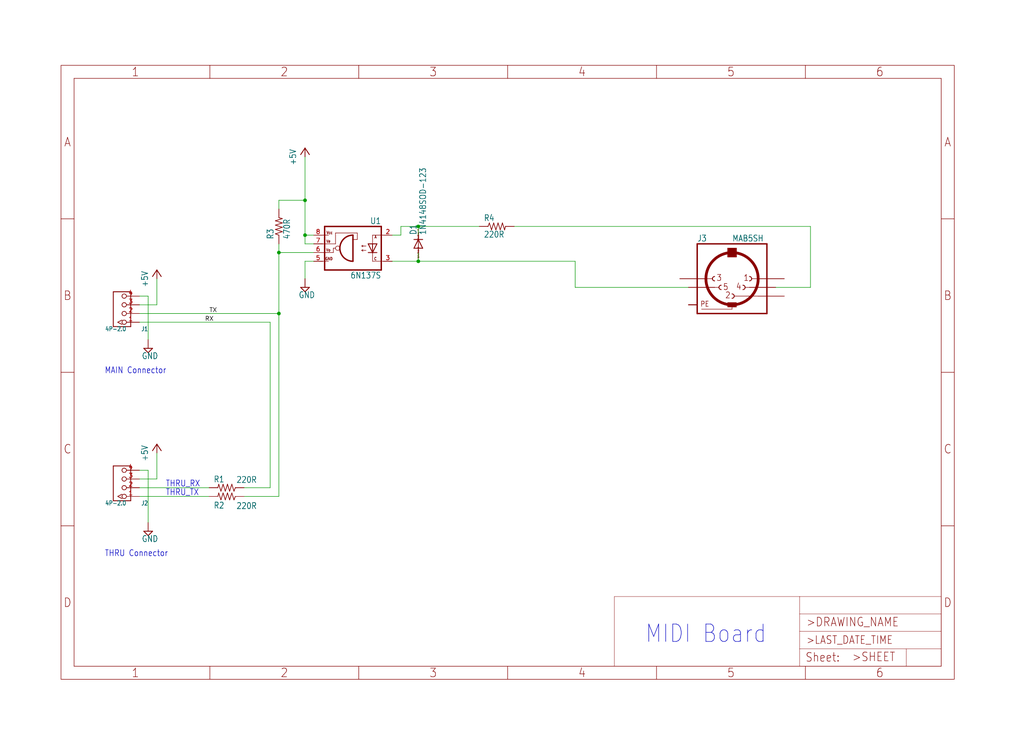
<source format=kicad_sch>
(kicad_sch (version 20211123) (generator eeschema)
  (paper "User" 298.45 217.881)
  (lib_symbols
    (symbol "weaver_midiin-eagle-import:+5V" (power)
      (property "Value" "+5V" (at -2.54 -5.08 90))
      (symbol "+5V_1_0"
        (polyline (pts (xy 0 0) (xy -1.27 -1.905)) (stroke (width 0.254)))
        (polyline (pts (xy 1.27 -1.905) (xy 0 0)) (stroke (width 0.254)))
        (pin power_in line (at 0 -2.54 90) (length 2.54) (name "+5V") (number "1"))
      )
    )
    (symbol "weaver_midiin-eagle-import:1N4148SOD-123"
      (property "Reference" "D" (at 2.54 0.4826 0))
      (property "Value" "1N4148SOD-123" (at 2.54 -2.3114 0))
      (symbol "1N4148SOD-123_1_0"
        (polyline (pts (xy -1.27 -1.27) (xy 1.27 0)) (stroke (width 0.254)))
        (polyline (pts (xy -1.27 1.27) (xy -1.27 -1.27)) (stroke (width 0.254)))
        (polyline (pts (xy 1.27 0) (xy -1.27 1.27)) (stroke (width 0.254)))
        (polyline (pts (xy 1.27 0) (xy 1.27 -1.27)) (stroke (width 0.254)))
        (polyline (pts (xy 1.27 1.27) (xy 1.27 0)) (stroke (width 0.254)))
        (text "SpiceOrder 1" (at -2.54 0 0) (effects (font (size 0.4064 0.3454))))
        (text "SpiceOrder 2" (at 2.54 0 0) (effects (font (size 0.4064 0.3454))))
        (pin passive line (at -2.54 0 0) (length 2.54) (name "A") (number "A"))
        (pin passive line (at 2.54 0 180) (length 2.54) (name "C") (number "C"))
      )
    )
    (symbol "weaver_midiin-eagle-import:6N137S"
      (property "Reference" "OK" (at -9.525 8.255 0))
      (property "Value" "6N137S" (at -9.525 -7.62 0))
      (symbol "6N137S_1_0"
        (arc (start -1.27 -2.54) (mid 2.54 1.27) (end -1.27 5.08) (stroke (width 0.4064)))
        (polyline (pts (xy -10.16 -2.54) (xy -6.985 -2.54)) (stroke (width 0.1524)))
        (polyline (pts (xy -10.16 5.08) (xy -6.985 5.08)) (stroke (width 0.1524)))
        (polyline (pts (xy -9.525 7.62) (xy -9.525 -5.08)) (stroke (width 0.4064)))
        (polyline (pts (xy -6.985 -2.54) (xy -6.985 0)) (stroke (width 0.1524)))
        (polyline (pts (xy -6.985 0) (xy -8.255 0)) (stroke (width 0.254)))
        (polyline (pts (xy -6.985 0) (xy -8.255 2.54)) (stroke (width 0.254)))
        (polyline (pts (xy -6.985 2.54) (xy -8.255 2.54)) (stroke (width 0.254)))
        (polyline (pts (xy -6.985 2.54) (xy -6.985 0)) (stroke (width 0.254)))
        (polyline (pts (xy -6.985 2.54) (xy -6.985 5.08)) (stroke (width 0.1524)))
        (polyline (pts (xy -5.715 0) (xy -6.985 0)) (stroke (width 0.254)))
        (polyline (pts (xy -5.715 2.54) (xy -6.985 0)) (stroke (width 0.254)))
        (polyline (pts (xy -5.715 2.54) (xy -6.985 2.54)) (stroke (width 0.254)))
        (polyline (pts (xy -5.08 0.635) (xy -3.81 0.635)) (stroke (width 0.1524)))
        (polyline (pts (xy -5.08 1.905) (xy -3.81 1.905)) (stroke (width 0.1524)))
        (polyline (pts (xy -3.81 0.635) (xy -4.191 0.381)) (stroke (width 0.1524)))
        (polyline (pts (xy -3.81 0.635) (xy -4.191 0.889)) (stroke (width 0.1524)))
        (polyline (pts (xy -3.81 1.905) (xy -4.191 1.651)) (stroke (width 0.1524)))
        (polyline (pts (xy -3.81 1.905) (xy -4.191 2.159)) (stroke (width 0.1524)))
        (polyline (pts (xy -2.54 3.81) (xy -2.54 5.715)) (stroke (width 0.1524)))
        (polyline (pts (xy -2.54 5.715) (xy 3.81 5.715)) (stroke (width 0.1524)))
        (polyline (pts (xy -1.27 3.81) (xy -2.54 3.81)) (stroke (width 0.1524)))
        (polyline (pts (xy -1.27 3.81) (xy -1.27 -2.54)) (stroke (width 0.4064)))
        (polyline (pts (xy -1.27 5.08) (xy -1.27 3.81)) (stroke (width 0.4064)))
        (polyline (pts (xy 3.81 1.27) (xy 4.445 1.27)) (stroke (width 0.1524)))
        (polyline (pts (xy 3.81 2.54) (xy 7.62 2.54)) (stroke (width 0.1524)))
        (polyline (pts (xy 3.81 5.715) (xy 3.81 2.54)) (stroke (width 0.1524)))
        (polyline (pts (xy 4.445 0) (xy 5.08 0)) (stroke (width 0.1524)))
        (polyline (pts (xy 4.445 1.27) (xy 4.445 0)) (stroke (width 0.1524)))
        (polyline (pts (xy 5.207 0) (xy 7.62 0)) (stroke (width 0.1524)))
        (polyline (pts (xy 5.842 -2.54) (xy 7.62 -2.54)) (stroke (width 0.1524)))
        (polyline (pts (xy 5.842 5.08) (xy 7.62 5.08)) (stroke (width 0.1524)))
        (polyline (pts (xy 6.985 -5.08) (xy -9.525 -5.08)) (stroke (width 0.4064)))
        (polyline (pts (xy 6.985 7.62) (xy -9.525 7.62)) (stroke (width 0.4064)))
        (polyline (pts (xy 6.985 7.62) (xy 6.985 -5.08)) (stroke (width 0.4064)))
        (circle (center 3.175 1.27) (radius 0.635) (stroke (width 0.1524)))
        (text "A" (at -8.255 4.064 0) (effects (font (size 0.8128 0.6908)) (justify left bottom)))
        (text "C" (at -8.255 -2.286 0) (effects (font (size 0.8128 0.6908)) (justify left bottom)))
        (text "GND" (at 4.572 -2.286 0) (effects (font (size 0.8128 0.6908)) (justify left bottom)))
        (text "Vcc" (at 4.572 5.334 0) (effects (font (size 0.8128 0.6908)) (justify left bottom)))
        (text "Ve" (at 5.207 2.794 0) (effects (font (size 0.8128 0.6908)) (justify left bottom)))
        (text "Vo" (at 5.207 0.254 0) (effects (font (size 0.8128 0.6908)) (justify left bottom)))
        (pin passive line (at -12.7 5.08 0) (length 2.54) (name "A") (number "2"))
        (pin passive line (at -12.7 -2.54 0) (length 2.54) (name "C") (number "3"))
        (pin passive line (at 10.16 -2.54 180) (length 2.54) (name "GND") (number "5"))
        (pin passive line (at 10.16 0 180) (length 2.54) (name "VO") (number "6"))
        (pin passive line (at 10.16 2.54 180) (length 2.54) (name "VE") (number "7"))
        (pin passive line (at 10.16 5.08 180) (length 2.54) (name "VCC") (number "8"))
      )
    )
    (symbol "weaver_midiin-eagle-import:A4L-LOC"
      (symbol "A4L-LOC_0_0"
        (polyline (pts (xy 0 44.7675) (xy 3.81 44.7675)))
        (polyline (pts (xy 0 89.535) (xy 3.81 89.535)))
        (polyline (pts (xy 0 134.3025) (xy 3.81 134.3025)))
        (polyline (pts (xy 3.81 3.81) (xy 3.81 175.26)))
        (polyline (pts (xy 43.3917 0) (xy 43.3917 3.81)))
        (polyline (pts (xy 43.3917 175.26) (xy 43.3917 179.07)))
        (polyline (pts (xy 86.7833 0) (xy 86.7833 3.81)))
        (polyline (pts (xy 86.7833 175.26) (xy 86.7833 179.07)))
        (polyline (pts (xy 130.175 0) (xy 130.175 3.81)))
        (polyline (pts (xy 130.175 175.26) (xy 130.175 179.07)))
        (polyline (pts (xy 173.5667 0) (xy 173.5667 3.81)))
        (polyline (pts (xy 173.5667 175.26) (xy 173.5667 179.07)))
        (polyline (pts (xy 216.9583 0) (xy 216.9583 3.81)))
        (polyline (pts (xy 216.9583 175.26) (xy 216.9583 179.07)))
        (polyline (pts (xy 256.54 3.81) (xy 3.81 3.81)))
        (polyline (pts (xy 256.54 3.81) (xy 256.54 175.26)))
        (polyline (pts (xy 256.54 44.7675) (xy 260.35 44.7675)))
        (polyline (pts (xy 256.54 89.535) (xy 260.35 89.535)))
        (polyline (pts (xy 256.54 134.3025) (xy 260.35 134.3025)))
        (polyline (pts (xy 256.54 175.26) (xy 3.81 175.26)))
        (polyline (pts (xy 0 0) (xy 260.35 0) (xy 260.35 179.07) (xy 0 179.07) (xy 0 0)))
        (text "1" (at 21.6958 1.905 0) (effects (font (size 2.54 2.286))))
        (text "1" (at 21.6958 177.165 0) (effects (font (size 2.54 2.286))))
        (text "2" (at 65.0875 1.905 0) (effects (font (size 2.54 2.286))))
        (text "2" (at 65.0875 177.165 0) (effects (font (size 2.54 2.286))))
        (text "3" (at 108.4792 1.905 0) (effects (font (size 2.54 2.286))))
        (text "3" (at 108.4792 177.165 0) (effects (font (size 2.54 2.286))))
        (text "4" (at 151.8708 1.905 0) (effects (font (size 2.54 2.286))))
        (text "4" (at 151.8708 177.165 0) (effects (font (size 2.54 2.286))))
        (text "5" (at 195.2625 1.905 0) (effects (font (size 2.54 2.286))))
        (text "5" (at 195.2625 177.165 0) (effects (font (size 2.54 2.286))))
        (text "6" (at 238.6542 1.905 0) (effects (font (size 2.54 2.286))))
        (text "6" (at 238.6542 177.165 0) (effects (font (size 2.54 2.286))))
        (text "A" (at 1.905 156.6863 0) (effects (font (size 2.54 2.286))))
        (text "A" (at 258.445 156.6863 0) (effects (font (size 2.54 2.286))))
        (text "B" (at 1.905 111.9188 0) (effects (font (size 2.54 2.286))))
        (text "B" (at 258.445 111.9188 0) (effects (font (size 2.54 2.286))))
        (text "C" (at 1.905 67.1513 0) (effects (font (size 2.54 2.286))))
        (text "C" (at 258.445 67.1513 0) (effects (font (size 2.54 2.286))))
        (text "D" (at 1.905 22.3838 0) (effects (font (size 2.54 2.286))))
        (text "D" (at 258.445 22.3838 0) (effects (font (size 2.54 2.286))))
      )
      (symbol "A4L-LOC_1_0"
        (polyline (pts (xy 161.29 3.81) (xy 161.29 24.13)) (stroke (width 0.1016)))
        (polyline (pts (xy 161.29 24.13) (xy 215.265 24.13)) (stroke (width 0.1016)))
        (polyline (pts (xy 215.265 8.89) (xy 215.265 3.81)) (stroke (width 0.1016)))
        (polyline (pts (xy 215.265 8.89) (xy 215.265 13.97)) (stroke (width 0.1016)))
        (polyline (pts (xy 215.265 13.97) (xy 215.265 19.05)) (stroke (width 0.1016)))
        (polyline (pts (xy 215.265 13.97) (xy 256.54 13.97)) (stroke (width 0.1016)))
        (polyline (pts (xy 215.265 19.05) (xy 215.265 24.13)) (stroke (width 0.1016)))
        (polyline (pts (xy 215.265 19.05) (xy 256.54 19.05)) (stroke (width 0.1016)))
        (polyline (pts (xy 215.265 24.13) (xy 256.54 24.13)) (stroke (width 0.1016)))
        (polyline (pts (xy 246.38 3.81) (xy 246.38 8.89)) (stroke (width 0.1016)))
        (polyline (pts (xy 246.38 8.89) (xy 215.265 8.89)) (stroke (width 0.1016)))
        (polyline (pts (xy 246.38 8.89) (xy 256.54 8.89)) (stroke (width 0.1016)))
        (polyline (pts (xy 256.54 3.81) (xy 256.54 8.89)) (stroke (width 0.1016)))
        (polyline (pts (xy 256.54 8.89) (xy 256.54 13.97)) (stroke (width 0.1016)))
        (polyline (pts (xy 256.54 13.97) (xy 256.54 19.05)) (stroke (width 0.1016)))
        (polyline (pts (xy 256.54 19.05) (xy 256.54 24.13)) (stroke (width 0.1016)))
        (text ">DRAWING_NAME" (at 217.17 15.24 0) (effects (font (size 2.54 2.159)) (justify left bottom)))
        (text ">LAST_DATE_TIME" (at 217.17 10.16 0) (effects (font (size 2.286 1.9431)) (justify left bottom)))
        (text ">SHEET" (at 230.505 5.08 0) (effects (font (size 2.54 2.159)) (justify left bottom)))
        (text "Sheet:" (at 216.916 4.953 0) (effects (font (size 2.54 2.159)) (justify left bottom)))
      )
    )
    (symbol "weaver_midiin-eagle-import:GND" (power)
      (property "Value" "GND" (at -1.905 -3.175 0))
      (symbol "GND_1_0"
        (polyline (pts (xy -1.27 0) (xy 1.27 0)) (stroke (width 0.254)))
        (polyline (pts (xy 0 -1.27) (xy -1.27 0)) (stroke (width 0.254)))
        (polyline (pts (xy 1.27 0) (xy 0 -1.27)) (stroke (width 0.254)))
        (pin power_in line (at 0 2.54 270) (length 2.54) (name "GND") (number "1"))
      )
    )
    (symbol "weaver_midiin-eagle-import:GROVE-CONNECTOR-DIP(4P-2.0)"
      (property "Reference" "J" (at -5.08 6.35 0))
      (property "Value" "GROVE-CONNECTOR-DIP(4P-2.0)" (at 1.27 6.35 0))
      (symbol "GROVE-CONNECTOR-DIP(4P-2.0)_1_0"
        (polyline (pts (xy 0 -3.81) (xy 0 6.35)) (stroke (width 0.254)))
        (polyline (pts (xy 0 6.35) (xy 5.08 6.35)) (stroke (width 0.254)))
        (polyline (pts (xy 5.08 -3.81) (xy 0 -3.81)) (stroke (width 0.254)))
        (polyline (pts (xy 5.08 6.35) (xy 5.08 -3.81)) (stroke (width 0.254)))
        (pin bidirectional inverted_clock (at -2.54 5.08 0) (length 5.08) (name "1") (number "1"))
        (pin bidirectional inverted (at -2.54 2.54 0) (length 5.08) (name "2") (number "2"))
        (pin bidirectional inverted (at -2.54 0 0) (length 5.08) (name "3") (number "3"))
        (pin bidirectional inverted (at -2.54 -2.54 0) (length 5.08) (name "4") (number "4"))
      )
    )
    (symbol "weaver_midiin-eagle-import:MAB5SH"
      (property "Reference" "X" (at -10.16 10.795 0))
      (property "Value" "MAB5SH" (at 0 10.795 0))
      (symbol "MAB5SH_1_0"
        (arc (start -5.715 0) (mid -5.529 -0.449) (end -5.08 -0.635) (stroke (width 0.254)))
        (arc (start -5.08 0.635) (mid -5.529 0.449) (end -5.715 0) (stroke (width 0.254)))
        (arc (start -3.81 -2.54) (mid -3.624 -2.989) (end -3.175 -3.175) (stroke (width 0.254)))
        (arc (start -3.175 -1.905) (mid -3.624 -2.091) (end -3.81 -2.54) (stroke (width 0.254)))
        (rectangle (start -1.27 -8.255) (end 1.27 -6.985) (fill (type outline)))
        (rectangle (start -1.27 6.35) (end 1.27 8.89) (fill (type outline)))
        (arc (start 0 -5.715) (mid 0.449 -5.529) (end 0.635 -5.08) (stroke (width 0.254)))
        (polyline (pts (xy -10.16 -10.16) (xy -10.16 10.16)) (stroke (width 0.4064)))
        (polyline (pts (xy -10.16 -10.16) (xy 10.16 -10.16)) (stroke (width 0.4064)))
        (polyline (pts (xy -7.62 0) (xy -5.715 0)) (stroke (width 0.1524)))
        (polyline (pts (xy -5.08 -2.54) (xy -3.81 -2.54)) (stroke (width 0.1524)))
        (polyline (pts (xy -1.27 6.35) (xy -1.27 8.89)) (stroke (width 0.1524)))
        (polyline (pts (xy -1.27 6.35) (xy 1.27 6.35)) (stroke (width 0.1524)))
        (polyline (pts (xy -1.27 8.89) (xy 1.27 8.89)) (stroke (width 0.1524)))
        (polyline (pts (xy 0 -8.89) (xy -8.89 -8.89)) (stroke (width 0.1524)))
        (polyline (pts (xy 0 -8.89) (xy 0 -7.62)) (stroke (width 0.1524)))
        (polyline (pts (xy 0.635 -5.08) (xy 7.62 -5.08)) (stroke (width 0.1524)))
        (polyline (pts (xy 1.27 8.89) (xy 1.27 6.35)) (stroke (width 0.1524)))
        (polyline (pts (xy 3.81 -2.54) (xy 5.08 -2.54)) (stroke (width 0.1524)))
        (polyline (pts (xy 5.715 0) (xy 7.62 0)) (stroke (width 0.1524)))
        (polyline (pts (xy 10.16 10.16) (xy -10.16 10.16)) (stroke (width 0.4064)))
        (polyline (pts (xy 10.16 10.16) (xy 10.16 -10.16)) (stroke (width 0.4064)))
        (circle (center 0 0) (radius 7.62) (stroke (width 0.8128)))
        (arc (start 0.635 -5.08) (mid 0.449 -4.631) (end 0 -4.445) (stroke (width 0.254)))
        (arc (start 3.175 -3.175) (mid 3.624 -2.989) (end 3.81 -2.54) (stroke (width 0.254)))
        (arc (start 3.81 -2.54) (mid 3.624 -2.091) (end 3.175 -1.905) (stroke (width 0.254)))
        (arc (start 5.08 -0.635) (mid 5.529 -0.449) (end 5.715 0) (stroke (width 0.254)))
        (arc (start 5.715 0) (mid 5.529 0.449) (end 5.08 0.635) (stroke (width 0.254)))
        (text "1" (at 3.302 -0.762 0) (effects (font (size 1.778 1.5113)) (justify left bottom)))
        (text "2" (at -2.032 -5.842 0) (effects (font (size 1.778 1.5113)) (justify left bottom)))
        (text "3" (at -4.572 -0.762 0) (effects (font (size 1.778 1.5113)) (justify left bottom)))
        (text "4" (at 1.143 -3.302 0) (effects (font (size 1.778 1.5113)) (justify left bottom)))
        (text "5" (at -2.667 -3.429 0) (effects (font (size 1.778 1.5113)) (justify left bottom)))
        (text "PE" (at -9.271 -8.255 0) (effects (font (size 1.524 1.2954)) (justify left bottom)))
        (pin passive line (at 15.24 0 180) (length 7.62) (name "1") (number "1"))
        (pin passive line (at 15.24 -5.08 180) (length 7.62) (name "2") (number "2"))
        (pin passive line (at -15.24 0 0) (length 7.62) (name "3") (number "3"))
        (pin passive line (at 12.7 -2.54 180) (length 7.62) (name "4") (number "4"))
        (pin passive line (at -12.7 -2.54 0) (length 7.62) (name "5") (number "5"))
        (pin power_in line (at -12.7 -7.62 0) (length 2.54) (name "PE") (number "PE"))
        (pin power_in line (at -12.7 -7.62 0) (length 2.54) (name "PE") (number "PE@"))
      )
    )
    (symbol "weaver_midiin-eagle-import:R-US_R0805"
      (property "Reference" "R" (at -3.81 1.4986 0))
      (property "Value" "R-US_R0805" (at -3.81 -3.302 0))
      (symbol "R-US_R0805_1_0"
        (polyline (pts (xy -2.54 0) (xy -2.159 1.016)) (stroke (width 0.2032)))
        (polyline (pts (xy -2.159 1.016) (xy -1.524 -1.016)) (stroke (width 0.2032)))
        (polyline (pts (xy -1.524 -1.016) (xy -0.889 1.016)) (stroke (width 0.2032)))
        (polyline (pts (xy -0.889 1.016) (xy -0.254 -1.016)) (stroke (width 0.2032)))
        (polyline (pts (xy -0.254 -1.016) (xy 0.381 1.016)) (stroke (width 0.2032)))
        (polyline (pts (xy 0.381 1.016) (xy 1.016 -1.016)) (stroke (width 0.2032)))
        (polyline (pts (xy 1.016 -1.016) (xy 1.651 1.016)) (stroke (width 0.2032)))
        (polyline (pts (xy 1.651 1.016) (xy 2.286 -1.016)) (stroke (width 0.2032)))
        (polyline (pts (xy 2.286 -1.016) (xy 2.54 0)) (stroke (width 0.2032)))
        (pin passive line (at -5.08 0 0) (length 2.54) (name "1") (number "1"))
        (pin passive line (at 5.08 0 180) (length 2.54) (name "2") (number "2"))
      )
    )
  )
  (junction (at 81.28 91.44))
  (junction (at 88.9 68.58))
  (junction (at 88.9 58.42))
  (junction (at 81.28 73.66))
  (junction (at 121.92 66.04))
  (junction (at 121.92 76.2))
  (wire (pts (xy 71.12 142.24) (xy 78.74 142.24)))
  (wire (pts (xy 236.22 83.82) (xy 236.22 66.04)))
  (wire (pts (xy 40.64 88.9) (xy 45.72 88.9)))
  (wire (pts (xy 121.92 76.2) (xy 167.64 76.2)))
  (wire (pts (xy 40.64 86.36) (xy 43.18 86.36)))
  (wire (pts (xy 81.28 58.42) (xy 88.9 58.42)))
  (wire (pts (xy 226.06 83.82) (xy 236.22 83.82)))
  (wire (pts (xy 88.9 58.42) (xy 88.9 45.72)))
  (wire (pts (xy 88.9 76.2) (xy 88.9 81.28)))
  (wire (pts (xy 236.22 66.04) (xy 149.86 66.04)))
  (wire (pts (xy 167.64 83.82) (xy 167.64 76.2)))
  (wire (pts (xy 43.18 137.16) (xy 43.18 152.4)))
  (wire (pts (xy 81.28 60.96) (xy 81.28 58.42)))
  (wire (pts (xy 91.44 71.12) (xy 88.9 71.12)))
  (wire (pts (xy 81.28 144.78) (xy 81.28 91.44)))
  (wire (pts (xy 91.44 68.58) (xy 88.9 68.58)))
  (wire (pts (xy 121.92 76.2) (xy 121.92 73.66)))
  (wire (pts (xy 71.12 144.78) (xy 81.28 144.78)))
  (wire (pts (xy 43.18 86.36) (xy 43.18 99.06)))
  (wire (pts (xy 81.28 91.44) (xy 40.64 91.44)))
  (wire (pts (xy 40.64 139.7) (xy 45.72 139.7)))
  (wire (pts (xy 40.64 93.98) (xy 78.74 93.98)))
  (wire (pts (xy 40.64 137.16) (xy 43.18 137.16)))
  (wire (pts (xy 78.74 93.98) (xy 78.74 142.24)))
  (wire (pts (xy 45.72 88.9) (xy 45.72 81.28)))
  (wire (pts (xy 40.64 144.78) (xy 60.96 144.78)))
  (wire (pts (xy 116.84 66.04) (xy 121.92 66.04)))
  (wire (pts (xy 116.84 68.58) (xy 116.84 66.04)))
  (wire (pts (xy 81.28 73.66) (xy 81.28 91.44)))
  (wire (pts (xy 114.3 76.2) (xy 121.92 76.2)))
  (wire (pts (xy 88.9 71.12) (xy 88.9 68.58)))
  (wire (pts (xy 45.72 139.7) (xy 45.72 132.08)))
  (wire (pts (xy 121.92 66.04) (xy 139.7 66.04)))
  (wire (pts (xy 88.9 68.58) (xy 88.9 58.42)))
  (wire (pts (xy 60.96 142.24) (xy 40.64 142.24)))
  (wire (pts (xy 121.92 66.04) (xy 121.92 68.58)))
  (wire (pts (xy 81.28 73.66) (xy 81.28 71.12)))
  (wire (pts (xy 167.64 83.82) (xy 200.66 83.82)))
  (wire (pts (xy 114.3 68.58) (xy 116.84 68.58)))
  (wire (pts (xy 91.44 73.66) (xy 81.28 73.66)))
  (wire (pts (xy 91.44 76.2) (xy 88.9 76.2)))
  (text "THRU_TX" (at 48.26 144.78 180) (effects (font (size 1.778 1.5113)) (justify left bottom)))
  (text "MAIN Connector" (at 30.48 109.22 180) (effects (font (size 1.778 1.5113)) (justify left bottom)))
  (text "MIDI Board" (at 187.96 187.96 180) (effects (font (size 5.08 4.318)) (justify left bottom)))
  (text "THRU_RX" (at 48.26 142.24 180) (effects (font (size 1.778 1.5113)) (justify left bottom)))
  (text "THRU Connector" (at 30.48 162.56 180) (effects (font (size 1.778 1.5113)) (justify left bottom)))
  (label "TX" (at 60.96 91.44 0) (effects (font (size 1.2446 1.2446))))
  (label "RX" (at 59.69 93.98 0) (effects (font (size 1.2446 1.2446))))
  (symbol (lib_id "weaver_midiin-eagle-import:6N137S") (at 101.6 73.66 0) (mirror y) (unit 1)
    (property "Reference" "U1" (at 111.125 65.405 0) (effects (font (size 1.778 1.5113)) (justify left bottom)))
    (property "Value" "6N137S" (at 111.125 81.28 0) (effects (font (size 1.778 1.5113)) (justify left bottom)))
    (property "Footprint" "weaver_midiin:SO8-GW300" (effects hide))
  )
  (symbol (lib_id "weaver_midiin-eagle-import:+5V") (at 88.9 43.18 0) (unit 1)
    (property "Reference" "#P+1" (effects hide))
    (property "Value" "+5V" (at 86.36 48.26 90) (effects (font (size 1.778 1.5113)) (justify left bottom)))
    (property "Footprint" "weaver_midiin:" (effects hide))
  )
  (symbol (lib_id "weaver_midiin-eagle-import:R-US_R0805") (at 81.28 66.04 90) (unit 1)
    (property "Reference" "R3" (at 79.7814 69.85 0) (effects (font (size 1.778 1.5113)) (justify left bottom)))
    (property "Value" "470R" (at 84.582 69.85 0) (effects (font (size 1.778 1.5113)) (justify left bottom)))
    (property "Footprint" "weaver_midiin:R0805" (effects hide))
  )
  (symbol (lib_id "weaver_midiin-eagle-import:A4L-LOC") (at 17.78 198.12 0) (unit 1)
    (property "Reference" "#FRAME1" (effects hide))
    (property "Value" "A4L-LOC" (effects hide))
    (property "Footprint" "weaver_midiin:" (effects hide))
  )
  (symbol (lib_id "weaver_midiin-eagle-import:1N4148SOD-123") (at 121.92 71.12 90) (unit 1)
    (property "Reference" "D1" (at 121.4374 68.58 0) (effects (font (size 1.778 1.5113)) (justify left bottom)))
    (property "Value" "1N4148SOD-123" (at 124.2314 68.58 0) (effects (font (size 1.778 1.5113)) (justify left bottom)))
    (property "Footprint" "weaver_midiin:SOD123" (effects hide))
  )
  (symbol (lib_id "weaver_midiin-eagle-import:MAB5SH") (at 213.36 81.28 0) (unit 1)
    (property "Reference" "J3" (at 203.2 70.485 0) (effects (font (size 1.778 1.5113)) (justify left bottom)))
    (property "Value" "MAB5SH" (at 213.36 70.485 0) (effects (font (size 1.778 1.5113)) (justify left bottom)))
    (property "Footprint" "weaver_midiin:MAB5SH" (effects hide))
  )
  (symbol (lib_id "weaver_midiin-eagle-import:+5V") (at 45.72 129.54 0) (unit 1)
    (property "Reference" "#P+6" (effects hide))
    (property "Value" "+5V" (at 43.18 134.62 90) (effects (font (size 1.778 1.5113)) (justify left bottom)))
    (property "Footprint" "weaver_midiin:" (effects hide))
  )
  (symbol (lib_id "weaver_midiin-eagle-import:R-US_R0805") (at 144.78 66.04 0) (unit 1)
    (property "Reference" "R4" (at 140.97 64.5414 0) (effects (font (size 1.778 1.5113)) (justify left bottom)))
    (property "Value" "220R" (at 140.97 69.342 0) (effects (font (size 1.778 1.5113)) (justify left bottom)))
    (property "Footprint" "weaver_midiin:R0805" (effects hide))
  )
  (symbol (lib_id "weaver_midiin-eagle-import:R-US_R0805") (at 66.04 144.78 180) (unit 1)
    (property "Reference" "R2" (at 62.23 148.3614 0) (effects (font (size 1.778 1.5113)) (justify right top)))
    (property "Value" "220R" (at 74.93 146.558 0) (effects (font (size 1.778 1.5113)) (justify left bottom)))
    (property "Footprint" "weaver_midiin:R0805" (effects hide))
  )
  (symbol (lib_id "weaver_midiin-eagle-import:GROVE-CONNECTOR-DIP(4P-2.0)") (at 38.1 88.9 180) (unit 1)
    (property "Reference" "J1" (at 43.18 95.25 0) (effects (font (size 1.27 1.0795)) (justify left bottom)))
    (property "Value" "4P-2.0" (at 36.83 95.25 0) (effects (font (size 1.27 1.0795)) (justify left bottom)))
    (property "Footprint" "weaver_midiin:HW4-2.0" (effects hide))
  )
  (symbol (lib_id "weaver_midiin-eagle-import:GND") (at 88.9 83.82 0) (unit 1)
    (property "Reference" "#SUPPLY1" (effects hide))
    (property "Value" "GND" (at 86.995 86.995 0) (effects (font (size 1.778 1.5113)) (justify left bottom)))
    (property "Footprint" "weaver_midiin:" (effects hide))
  )
  (symbol (lib_id "weaver_midiin-eagle-import:R-US_R0805") (at 66.04 142.24 180) (unit 1)
    (property "Reference" "R1" (at 62.23 140.7414 0) (effects (font (size 1.778 1.5113)) (justify right top)))
    (property "Value" "220R" (at 74.93 138.938 0) (effects (font (size 1.778 1.5113)) (justify left bottom)))
    (property "Footprint" "weaver_midiin:R0805" (effects hide))
  )
  (symbol (lib_id "weaver_midiin-eagle-import:GND") (at 43.18 101.6 0) (unit 1)
    (property "Reference" "#SUPPLY3" (effects hide))
    (property "Value" "GND" (at 41.275 104.775 0) (effects (font (size 1.778 1.5113)) (justify left bottom)))
    (property "Footprint" "weaver_midiin:" (effects hide))
  )
  (symbol (lib_id "weaver_midiin-eagle-import:GROVE-CONNECTOR-DIP(4P-2.0)") (at 38.1 139.7 180) (unit 1)
    (property "Reference" "J2" (at 43.18 146.05 0) (effects (font (size 1.27 1.0795)) (justify left bottom)))
    (property "Value" "4P-2.0" (at 36.83 146.05 0) (effects (font (size 1.27 1.0795)) (justify left bottom)))
    (property "Footprint" "weaver_midiin:HW4-2.0" (effects hide))
  )
  (symbol (lib_id "weaver_midiin-eagle-import:+5V") (at 45.72 78.74 0) (unit 1)
    (property "Reference" "#P+4" (effects hide))
    (property "Value" "+5V" (at 43.18 83.82 90) (effects (font (size 1.778 1.5113)) (justify left bottom)))
    (property "Footprint" "weaver_midiin:" (effects hide))
  )
  (symbol (lib_id "weaver_midiin-eagle-import:GND") (at 43.18 154.94 0) (unit 1)
    (property "Reference" "#SUPPLY5" (effects hide))
    (property "Value" "GND" (at 41.275 158.115 0) (effects (font (size 1.778 1.5113)) (justify left bottom)))
    (property "Footprint" "weaver_midiin:" (effects hide))
  )
)
</source>
